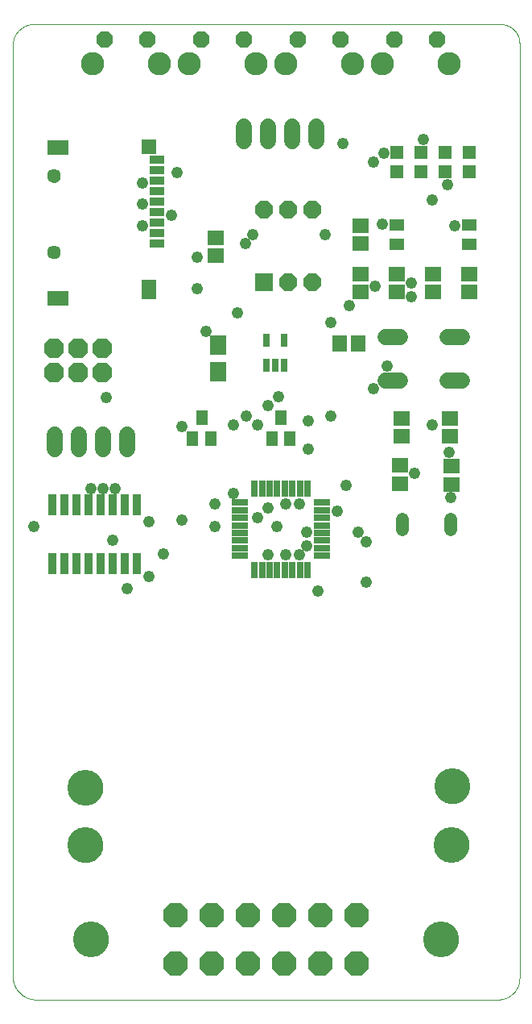
<source format=gts>
G75*
%MOIN*%
%OFA0B0*%
%FSLAX25Y25*%
%IPPOS*%
%LPD*%
%AMOC8*
5,1,8,0,0,1.08239X$1,22.5*
%
%ADD10C,0.00000*%
%ADD11C,0.14800*%
%ADD12R,0.05524X0.05524*%
%ADD13R,0.07200X0.07200*%
%ADD14OC8,0.07200*%
%ADD15R,0.04737X0.06312*%
%ADD16R,0.06706X0.05918*%
%ADD17C,0.06800*%
%ADD18R,0.05918X0.06706*%
%ADD19C,0.05200*%
%ADD20R,0.02800X0.06800*%
%ADD21R,0.06800X0.02800*%
%ADD22OC8,0.06800*%
%ADD23C,0.09650*%
%ADD24R,0.03400X0.08800*%
%ADD25R,0.02965X0.05524*%
%ADD26R,0.06706X0.08477*%
%ADD27R,0.06312X0.05131*%
%ADD28OC8,0.08200*%
%ADD29OC8,0.10249*%
%ADD30C,0.06737*%
%ADD31R,0.08674X0.06312*%
%ADD32R,0.06312X0.05839*%
%ADD33R,0.06312X0.08477*%
%ADD34R,0.06312X0.03556*%
%ADD35C,0.05721*%
%ADD36C,0.04800*%
D10*
X0032652Y0010767D02*
X0032652Y0395526D01*
X0032651Y0395526D02*
X0032654Y0395737D01*
X0032661Y0395947D01*
X0032674Y0396158D01*
X0032692Y0396368D01*
X0032715Y0396577D01*
X0032743Y0396786D01*
X0032775Y0396994D01*
X0032813Y0397201D01*
X0032856Y0397408D01*
X0032904Y0397613D01*
X0032957Y0397817D01*
X0033015Y0398019D01*
X0033078Y0398221D01*
X0033145Y0398420D01*
X0033218Y0398618D01*
X0033295Y0398814D01*
X0033377Y0399008D01*
X0033463Y0399201D01*
X0033554Y0399391D01*
X0033650Y0399578D01*
X0033750Y0399764D01*
X0033855Y0399947D01*
X0033964Y0400127D01*
X0034077Y0400305D01*
X0034195Y0400480D01*
X0034316Y0400651D01*
X0034442Y0400820D01*
X0034572Y0400986D01*
X0034706Y0401149D01*
X0034844Y0401308D01*
X0034986Y0401464D01*
X0035131Y0401617D01*
X0035280Y0401766D01*
X0035433Y0401911D01*
X0035589Y0402053D01*
X0035748Y0402191D01*
X0035911Y0402325D01*
X0036077Y0402455D01*
X0036246Y0402581D01*
X0036417Y0402702D01*
X0036592Y0402820D01*
X0036770Y0402933D01*
X0036950Y0403042D01*
X0037133Y0403147D01*
X0037319Y0403247D01*
X0037506Y0403343D01*
X0037696Y0403434D01*
X0037889Y0403520D01*
X0038083Y0403602D01*
X0038279Y0403679D01*
X0038477Y0403752D01*
X0038676Y0403819D01*
X0038878Y0403882D01*
X0039080Y0403940D01*
X0039284Y0403993D01*
X0039489Y0404041D01*
X0039696Y0404084D01*
X0039903Y0404122D01*
X0040111Y0404154D01*
X0040320Y0404182D01*
X0040529Y0404205D01*
X0040739Y0404223D01*
X0040950Y0404236D01*
X0041160Y0404243D01*
X0041371Y0404246D01*
X0041371Y0404245D02*
X0234687Y0404245D01*
X0234878Y0404243D01*
X0235068Y0404236D01*
X0235258Y0404224D01*
X0235448Y0404208D01*
X0235638Y0404188D01*
X0235826Y0404162D01*
X0236015Y0404132D01*
X0236202Y0404098D01*
X0236389Y0404059D01*
X0236574Y0404016D01*
X0236759Y0403968D01*
X0236942Y0403916D01*
X0237124Y0403859D01*
X0237304Y0403798D01*
X0237483Y0403733D01*
X0237661Y0403663D01*
X0237836Y0403589D01*
X0238010Y0403511D01*
X0238182Y0403428D01*
X0238352Y0403342D01*
X0238519Y0403251D01*
X0238685Y0403156D01*
X0238848Y0403058D01*
X0239009Y0402955D01*
X0239167Y0402849D01*
X0239322Y0402739D01*
X0239475Y0402625D01*
X0239625Y0402508D01*
X0239772Y0402386D01*
X0239916Y0402262D01*
X0240057Y0402134D01*
X0240195Y0402002D01*
X0240330Y0401867D01*
X0240462Y0401729D01*
X0240590Y0401588D01*
X0240714Y0401444D01*
X0240836Y0401297D01*
X0240953Y0401147D01*
X0241067Y0400994D01*
X0241177Y0400839D01*
X0241283Y0400681D01*
X0241386Y0400520D01*
X0241484Y0400357D01*
X0241579Y0400191D01*
X0241670Y0400024D01*
X0241756Y0399854D01*
X0241839Y0399682D01*
X0241917Y0399508D01*
X0241991Y0399333D01*
X0242061Y0399155D01*
X0242126Y0398976D01*
X0242187Y0398796D01*
X0242244Y0398614D01*
X0242296Y0398431D01*
X0242344Y0398246D01*
X0242387Y0398061D01*
X0242426Y0397874D01*
X0242460Y0397687D01*
X0242490Y0397498D01*
X0242516Y0397310D01*
X0242536Y0397120D01*
X0242552Y0396930D01*
X0242564Y0396740D01*
X0242571Y0396550D01*
X0242573Y0396359D01*
X0242573Y0009978D01*
X0242570Y0009761D01*
X0242563Y0009544D01*
X0242549Y0009328D01*
X0242531Y0009111D01*
X0242508Y0008896D01*
X0242479Y0008681D01*
X0242445Y0008466D01*
X0242406Y0008253D01*
X0242361Y0008041D01*
X0242312Y0007829D01*
X0242258Y0007619D01*
X0242198Y0007411D01*
X0242134Y0007204D01*
X0242064Y0006998D01*
X0241990Y0006794D01*
X0241910Y0006592D01*
X0241826Y0006393D01*
X0241737Y0006195D01*
X0241643Y0005999D01*
X0241545Y0005806D01*
X0241441Y0005615D01*
X0241334Y0005427D01*
X0241222Y0005241D01*
X0241105Y0005058D01*
X0240984Y0004878D01*
X0240858Y0004701D01*
X0240729Y0004527D01*
X0240595Y0004356D01*
X0240457Y0004189D01*
X0240315Y0004024D01*
X0240169Y0003864D01*
X0240020Y0003707D01*
X0239866Y0003553D01*
X0239709Y0003404D01*
X0239549Y0003258D01*
X0239384Y0003116D01*
X0239217Y0002978D01*
X0239046Y0002844D01*
X0238872Y0002715D01*
X0238695Y0002589D01*
X0238515Y0002468D01*
X0238332Y0002351D01*
X0238146Y0002239D01*
X0237958Y0002132D01*
X0237767Y0002028D01*
X0237574Y0001930D01*
X0237378Y0001836D01*
X0237180Y0001747D01*
X0236981Y0001663D01*
X0236779Y0001583D01*
X0236575Y0001509D01*
X0236369Y0001439D01*
X0236162Y0001375D01*
X0235954Y0001315D01*
X0235744Y0001261D01*
X0235532Y0001212D01*
X0235320Y0001167D01*
X0235107Y0001128D01*
X0234892Y0001094D01*
X0234677Y0001065D01*
X0234462Y0001042D01*
X0234245Y0001024D01*
X0234029Y0001010D01*
X0233812Y0001003D01*
X0233595Y0001000D01*
X0042418Y0001000D01*
X0042182Y0001003D01*
X0041946Y0001011D01*
X0041711Y0001026D01*
X0041475Y0001046D01*
X0041241Y0001071D01*
X0041007Y0001102D01*
X0040774Y0001139D01*
X0040541Y0001182D01*
X0040310Y0001230D01*
X0040081Y0001284D01*
X0039852Y0001343D01*
X0039625Y0001408D01*
X0039400Y0001478D01*
X0039176Y0001554D01*
X0038955Y0001635D01*
X0038735Y0001721D01*
X0038517Y0001813D01*
X0038302Y0001910D01*
X0038089Y0002012D01*
X0037879Y0002119D01*
X0037671Y0002231D01*
X0037467Y0002348D01*
X0037265Y0002470D01*
X0037066Y0002597D01*
X0036870Y0002729D01*
X0036677Y0002865D01*
X0036488Y0003006D01*
X0036302Y0003152D01*
X0036120Y0003302D01*
X0035941Y0003456D01*
X0035767Y0003615D01*
X0035596Y0003778D01*
X0035429Y0003945D01*
X0035266Y0004116D01*
X0035107Y0004290D01*
X0034953Y0004469D01*
X0034803Y0004651D01*
X0034657Y0004837D01*
X0034516Y0005026D01*
X0034380Y0005219D01*
X0034248Y0005415D01*
X0034121Y0005614D01*
X0033999Y0005816D01*
X0033882Y0006020D01*
X0033770Y0006228D01*
X0033663Y0006438D01*
X0033561Y0006651D01*
X0033464Y0006866D01*
X0033372Y0007084D01*
X0033286Y0007304D01*
X0033205Y0007525D01*
X0033129Y0007749D01*
X0033059Y0007974D01*
X0032994Y0008201D01*
X0032935Y0008430D01*
X0032881Y0008659D01*
X0032833Y0008890D01*
X0032790Y0009123D01*
X0032753Y0009356D01*
X0032722Y0009590D01*
X0032697Y0009824D01*
X0032677Y0010060D01*
X0032662Y0010295D01*
X0032654Y0010531D01*
X0032651Y0010767D01*
X0058152Y0026000D02*
X0058154Y0026172D01*
X0058160Y0026343D01*
X0058171Y0026515D01*
X0058186Y0026686D01*
X0058205Y0026857D01*
X0058228Y0027027D01*
X0058255Y0027197D01*
X0058287Y0027366D01*
X0058322Y0027534D01*
X0058362Y0027701D01*
X0058406Y0027867D01*
X0058453Y0028032D01*
X0058505Y0028196D01*
X0058561Y0028358D01*
X0058621Y0028519D01*
X0058685Y0028679D01*
X0058753Y0028837D01*
X0058824Y0028993D01*
X0058899Y0029147D01*
X0058979Y0029300D01*
X0059061Y0029450D01*
X0059148Y0029599D01*
X0059238Y0029745D01*
X0059332Y0029889D01*
X0059429Y0030031D01*
X0059530Y0030170D01*
X0059634Y0030307D01*
X0059741Y0030441D01*
X0059852Y0030572D01*
X0059965Y0030701D01*
X0060082Y0030827D01*
X0060202Y0030950D01*
X0060325Y0031070D01*
X0060451Y0031187D01*
X0060580Y0031300D01*
X0060711Y0031411D01*
X0060845Y0031518D01*
X0060982Y0031622D01*
X0061121Y0031723D01*
X0061263Y0031820D01*
X0061407Y0031914D01*
X0061553Y0032004D01*
X0061702Y0032091D01*
X0061852Y0032173D01*
X0062005Y0032253D01*
X0062159Y0032328D01*
X0062315Y0032399D01*
X0062473Y0032467D01*
X0062633Y0032531D01*
X0062794Y0032591D01*
X0062956Y0032647D01*
X0063120Y0032699D01*
X0063285Y0032746D01*
X0063451Y0032790D01*
X0063618Y0032830D01*
X0063786Y0032865D01*
X0063955Y0032897D01*
X0064125Y0032924D01*
X0064295Y0032947D01*
X0064466Y0032966D01*
X0064637Y0032981D01*
X0064809Y0032992D01*
X0064980Y0032998D01*
X0065152Y0033000D01*
X0065324Y0032998D01*
X0065495Y0032992D01*
X0065667Y0032981D01*
X0065838Y0032966D01*
X0066009Y0032947D01*
X0066179Y0032924D01*
X0066349Y0032897D01*
X0066518Y0032865D01*
X0066686Y0032830D01*
X0066853Y0032790D01*
X0067019Y0032746D01*
X0067184Y0032699D01*
X0067348Y0032647D01*
X0067510Y0032591D01*
X0067671Y0032531D01*
X0067831Y0032467D01*
X0067989Y0032399D01*
X0068145Y0032328D01*
X0068299Y0032253D01*
X0068452Y0032173D01*
X0068602Y0032091D01*
X0068751Y0032004D01*
X0068897Y0031914D01*
X0069041Y0031820D01*
X0069183Y0031723D01*
X0069322Y0031622D01*
X0069459Y0031518D01*
X0069593Y0031411D01*
X0069724Y0031300D01*
X0069853Y0031187D01*
X0069979Y0031070D01*
X0070102Y0030950D01*
X0070222Y0030827D01*
X0070339Y0030701D01*
X0070452Y0030572D01*
X0070563Y0030441D01*
X0070670Y0030307D01*
X0070774Y0030170D01*
X0070875Y0030031D01*
X0070972Y0029889D01*
X0071066Y0029745D01*
X0071156Y0029599D01*
X0071243Y0029450D01*
X0071325Y0029300D01*
X0071405Y0029147D01*
X0071480Y0028993D01*
X0071551Y0028837D01*
X0071619Y0028679D01*
X0071683Y0028519D01*
X0071743Y0028358D01*
X0071799Y0028196D01*
X0071851Y0028032D01*
X0071898Y0027867D01*
X0071942Y0027701D01*
X0071982Y0027534D01*
X0072017Y0027366D01*
X0072049Y0027197D01*
X0072076Y0027027D01*
X0072099Y0026857D01*
X0072118Y0026686D01*
X0072133Y0026515D01*
X0072144Y0026343D01*
X0072150Y0026172D01*
X0072152Y0026000D01*
X0072150Y0025828D01*
X0072144Y0025657D01*
X0072133Y0025485D01*
X0072118Y0025314D01*
X0072099Y0025143D01*
X0072076Y0024973D01*
X0072049Y0024803D01*
X0072017Y0024634D01*
X0071982Y0024466D01*
X0071942Y0024299D01*
X0071898Y0024133D01*
X0071851Y0023968D01*
X0071799Y0023804D01*
X0071743Y0023642D01*
X0071683Y0023481D01*
X0071619Y0023321D01*
X0071551Y0023163D01*
X0071480Y0023007D01*
X0071405Y0022853D01*
X0071325Y0022700D01*
X0071243Y0022550D01*
X0071156Y0022401D01*
X0071066Y0022255D01*
X0070972Y0022111D01*
X0070875Y0021969D01*
X0070774Y0021830D01*
X0070670Y0021693D01*
X0070563Y0021559D01*
X0070452Y0021428D01*
X0070339Y0021299D01*
X0070222Y0021173D01*
X0070102Y0021050D01*
X0069979Y0020930D01*
X0069853Y0020813D01*
X0069724Y0020700D01*
X0069593Y0020589D01*
X0069459Y0020482D01*
X0069322Y0020378D01*
X0069183Y0020277D01*
X0069041Y0020180D01*
X0068897Y0020086D01*
X0068751Y0019996D01*
X0068602Y0019909D01*
X0068452Y0019827D01*
X0068299Y0019747D01*
X0068145Y0019672D01*
X0067989Y0019601D01*
X0067831Y0019533D01*
X0067671Y0019469D01*
X0067510Y0019409D01*
X0067348Y0019353D01*
X0067184Y0019301D01*
X0067019Y0019254D01*
X0066853Y0019210D01*
X0066686Y0019170D01*
X0066518Y0019135D01*
X0066349Y0019103D01*
X0066179Y0019076D01*
X0066009Y0019053D01*
X0065838Y0019034D01*
X0065667Y0019019D01*
X0065495Y0019008D01*
X0065324Y0019002D01*
X0065152Y0019000D01*
X0064980Y0019002D01*
X0064809Y0019008D01*
X0064637Y0019019D01*
X0064466Y0019034D01*
X0064295Y0019053D01*
X0064125Y0019076D01*
X0063955Y0019103D01*
X0063786Y0019135D01*
X0063618Y0019170D01*
X0063451Y0019210D01*
X0063285Y0019254D01*
X0063120Y0019301D01*
X0062956Y0019353D01*
X0062794Y0019409D01*
X0062633Y0019469D01*
X0062473Y0019533D01*
X0062315Y0019601D01*
X0062159Y0019672D01*
X0062005Y0019747D01*
X0061852Y0019827D01*
X0061702Y0019909D01*
X0061553Y0019996D01*
X0061407Y0020086D01*
X0061263Y0020180D01*
X0061121Y0020277D01*
X0060982Y0020378D01*
X0060845Y0020482D01*
X0060711Y0020589D01*
X0060580Y0020700D01*
X0060451Y0020813D01*
X0060325Y0020930D01*
X0060202Y0021050D01*
X0060082Y0021173D01*
X0059965Y0021299D01*
X0059852Y0021428D01*
X0059741Y0021559D01*
X0059634Y0021693D01*
X0059530Y0021830D01*
X0059429Y0021969D01*
X0059332Y0022111D01*
X0059238Y0022255D01*
X0059148Y0022401D01*
X0059061Y0022550D01*
X0058979Y0022700D01*
X0058899Y0022853D01*
X0058824Y0023007D01*
X0058753Y0023163D01*
X0058685Y0023321D01*
X0058621Y0023481D01*
X0058561Y0023642D01*
X0058505Y0023804D01*
X0058453Y0023968D01*
X0058406Y0024133D01*
X0058362Y0024299D01*
X0058322Y0024466D01*
X0058287Y0024634D01*
X0058255Y0024803D01*
X0058228Y0024973D01*
X0058205Y0025143D01*
X0058186Y0025314D01*
X0058171Y0025485D01*
X0058160Y0025657D01*
X0058154Y0025828D01*
X0058152Y0026000D01*
X0055822Y0064839D02*
X0055824Y0065011D01*
X0055830Y0065182D01*
X0055841Y0065354D01*
X0055856Y0065525D01*
X0055875Y0065696D01*
X0055898Y0065866D01*
X0055925Y0066036D01*
X0055957Y0066205D01*
X0055992Y0066373D01*
X0056032Y0066540D01*
X0056076Y0066706D01*
X0056123Y0066871D01*
X0056175Y0067035D01*
X0056231Y0067197D01*
X0056291Y0067358D01*
X0056355Y0067518D01*
X0056423Y0067676D01*
X0056494Y0067832D01*
X0056569Y0067986D01*
X0056649Y0068139D01*
X0056731Y0068289D01*
X0056818Y0068438D01*
X0056908Y0068584D01*
X0057002Y0068728D01*
X0057099Y0068870D01*
X0057200Y0069009D01*
X0057304Y0069146D01*
X0057411Y0069280D01*
X0057522Y0069411D01*
X0057635Y0069540D01*
X0057752Y0069666D01*
X0057872Y0069789D01*
X0057995Y0069909D01*
X0058121Y0070026D01*
X0058250Y0070139D01*
X0058381Y0070250D01*
X0058515Y0070357D01*
X0058652Y0070461D01*
X0058791Y0070562D01*
X0058933Y0070659D01*
X0059077Y0070753D01*
X0059223Y0070843D01*
X0059372Y0070930D01*
X0059522Y0071012D01*
X0059675Y0071092D01*
X0059829Y0071167D01*
X0059985Y0071238D01*
X0060143Y0071306D01*
X0060303Y0071370D01*
X0060464Y0071430D01*
X0060626Y0071486D01*
X0060790Y0071538D01*
X0060955Y0071585D01*
X0061121Y0071629D01*
X0061288Y0071669D01*
X0061456Y0071704D01*
X0061625Y0071736D01*
X0061795Y0071763D01*
X0061965Y0071786D01*
X0062136Y0071805D01*
X0062307Y0071820D01*
X0062479Y0071831D01*
X0062650Y0071837D01*
X0062822Y0071839D01*
X0062994Y0071837D01*
X0063165Y0071831D01*
X0063337Y0071820D01*
X0063508Y0071805D01*
X0063679Y0071786D01*
X0063849Y0071763D01*
X0064019Y0071736D01*
X0064188Y0071704D01*
X0064356Y0071669D01*
X0064523Y0071629D01*
X0064689Y0071585D01*
X0064854Y0071538D01*
X0065018Y0071486D01*
X0065180Y0071430D01*
X0065341Y0071370D01*
X0065501Y0071306D01*
X0065659Y0071238D01*
X0065815Y0071167D01*
X0065969Y0071092D01*
X0066122Y0071012D01*
X0066272Y0070930D01*
X0066421Y0070843D01*
X0066567Y0070753D01*
X0066711Y0070659D01*
X0066853Y0070562D01*
X0066992Y0070461D01*
X0067129Y0070357D01*
X0067263Y0070250D01*
X0067394Y0070139D01*
X0067523Y0070026D01*
X0067649Y0069909D01*
X0067772Y0069789D01*
X0067892Y0069666D01*
X0068009Y0069540D01*
X0068122Y0069411D01*
X0068233Y0069280D01*
X0068340Y0069146D01*
X0068444Y0069009D01*
X0068545Y0068870D01*
X0068642Y0068728D01*
X0068736Y0068584D01*
X0068826Y0068438D01*
X0068913Y0068289D01*
X0068995Y0068139D01*
X0069075Y0067986D01*
X0069150Y0067832D01*
X0069221Y0067676D01*
X0069289Y0067518D01*
X0069353Y0067358D01*
X0069413Y0067197D01*
X0069469Y0067035D01*
X0069521Y0066871D01*
X0069568Y0066706D01*
X0069612Y0066540D01*
X0069652Y0066373D01*
X0069687Y0066205D01*
X0069719Y0066036D01*
X0069746Y0065866D01*
X0069769Y0065696D01*
X0069788Y0065525D01*
X0069803Y0065354D01*
X0069814Y0065182D01*
X0069820Y0065011D01*
X0069822Y0064839D01*
X0069820Y0064667D01*
X0069814Y0064496D01*
X0069803Y0064324D01*
X0069788Y0064153D01*
X0069769Y0063982D01*
X0069746Y0063812D01*
X0069719Y0063642D01*
X0069687Y0063473D01*
X0069652Y0063305D01*
X0069612Y0063138D01*
X0069568Y0062972D01*
X0069521Y0062807D01*
X0069469Y0062643D01*
X0069413Y0062481D01*
X0069353Y0062320D01*
X0069289Y0062160D01*
X0069221Y0062002D01*
X0069150Y0061846D01*
X0069075Y0061692D01*
X0068995Y0061539D01*
X0068913Y0061389D01*
X0068826Y0061240D01*
X0068736Y0061094D01*
X0068642Y0060950D01*
X0068545Y0060808D01*
X0068444Y0060669D01*
X0068340Y0060532D01*
X0068233Y0060398D01*
X0068122Y0060267D01*
X0068009Y0060138D01*
X0067892Y0060012D01*
X0067772Y0059889D01*
X0067649Y0059769D01*
X0067523Y0059652D01*
X0067394Y0059539D01*
X0067263Y0059428D01*
X0067129Y0059321D01*
X0066992Y0059217D01*
X0066853Y0059116D01*
X0066711Y0059019D01*
X0066567Y0058925D01*
X0066421Y0058835D01*
X0066272Y0058748D01*
X0066122Y0058666D01*
X0065969Y0058586D01*
X0065815Y0058511D01*
X0065659Y0058440D01*
X0065501Y0058372D01*
X0065341Y0058308D01*
X0065180Y0058248D01*
X0065018Y0058192D01*
X0064854Y0058140D01*
X0064689Y0058093D01*
X0064523Y0058049D01*
X0064356Y0058009D01*
X0064188Y0057974D01*
X0064019Y0057942D01*
X0063849Y0057915D01*
X0063679Y0057892D01*
X0063508Y0057873D01*
X0063337Y0057858D01*
X0063165Y0057847D01*
X0062994Y0057841D01*
X0062822Y0057839D01*
X0062650Y0057841D01*
X0062479Y0057847D01*
X0062307Y0057858D01*
X0062136Y0057873D01*
X0061965Y0057892D01*
X0061795Y0057915D01*
X0061625Y0057942D01*
X0061456Y0057974D01*
X0061288Y0058009D01*
X0061121Y0058049D01*
X0060955Y0058093D01*
X0060790Y0058140D01*
X0060626Y0058192D01*
X0060464Y0058248D01*
X0060303Y0058308D01*
X0060143Y0058372D01*
X0059985Y0058440D01*
X0059829Y0058511D01*
X0059675Y0058586D01*
X0059522Y0058666D01*
X0059372Y0058748D01*
X0059223Y0058835D01*
X0059077Y0058925D01*
X0058933Y0059019D01*
X0058791Y0059116D01*
X0058652Y0059217D01*
X0058515Y0059321D01*
X0058381Y0059428D01*
X0058250Y0059539D01*
X0058121Y0059652D01*
X0057995Y0059769D01*
X0057872Y0059889D01*
X0057752Y0060012D01*
X0057635Y0060138D01*
X0057522Y0060267D01*
X0057411Y0060398D01*
X0057304Y0060532D01*
X0057200Y0060669D01*
X0057099Y0060808D01*
X0057002Y0060950D01*
X0056908Y0061094D01*
X0056818Y0061240D01*
X0056731Y0061389D01*
X0056649Y0061539D01*
X0056569Y0061692D01*
X0056494Y0061846D01*
X0056423Y0062002D01*
X0056355Y0062160D01*
X0056291Y0062320D01*
X0056231Y0062481D01*
X0056175Y0062643D01*
X0056123Y0062807D01*
X0056076Y0062972D01*
X0056032Y0063138D01*
X0055992Y0063305D01*
X0055957Y0063473D01*
X0055925Y0063642D01*
X0055898Y0063812D01*
X0055875Y0063982D01*
X0055856Y0064153D01*
X0055841Y0064324D01*
X0055830Y0064496D01*
X0055824Y0064667D01*
X0055822Y0064839D01*
X0055891Y0088621D02*
X0055893Y0088793D01*
X0055899Y0088964D01*
X0055910Y0089136D01*
X0055925Y0089307D01*
X0055944Y0089478D01*
X0055967Y0089648D01*
X0055994Y0089818D01*
X0056026Y0089987D01*
X0056061Y0090155D01*
X0056101Y0090322D01*
X0056145Y0090488D01*
X0056192Y0090653D01*
X0056244Y0090817D01*
X0056300Y0090979D01*
X0056360Y0091140D01*
X0056424Y0091300D01*
X0056492Y0091458D01*
X0056563Y0091614D01*
X0056638Y0091768D01*
X0056718Y0091921D01*
X0056800Y0092071D01*
X0056887Y0092220D01*
X0056977Y0092366D01*
X0057071Y0092510D01*
X0057168Y0092652D01*
X0057269Y0092791D01*
X0057373Y0092928D01*
X0057480Y0093062D01*
X0057591Y0093193D01*
X0057704Y0093322D01*
X0057821Y0093448D01*
X0057941Y0093571D01*
X0058064Y0093691D01*
X0058190Y0093808D01*
X0058319Y0093921D01*
X0058450Y0094032D01*
X0058584Y0094139D01*
X0058721Y0094243D01*
X0058860Y0094344D01*
X0059002Y0094441D01*
X0059146Y0094535D01*
X0059292Y0094625D01*
X0059441Y0094712D01*
X0059591Y0094794D01*
X0059744Y0094874D01*
X0059898Y0094949D01*
X0060054Y0095020D01*
X0060212Y0095088D01*
X0060372Y0095152D01*
X0060533Y0095212D01*
X0060695Y0095268D01*
X0060859Y0095320D01*
X0061024Y0095367D01*
X0061190Y0095411D01*
X0061357Y0095451D01*
X0061525Y0095486D01*
X0061694Y0095518D01*
X0061864Y0095545D01*
X0062034Y0095568D01*
X0062205Y0095587D01*
X0062376Y0095602D01*
X0062548Y0095613D01*
X0062719Y0095619D01*
X0062891Y0095621D01*
X0063063Y0095619D01*
X0063234Y0095613D01*
X0063406Y0095602D01*
X0063577Y0095587D01*
X0063748Y0095568D01*
X0063918Y0095545D01*
X0064088Y0095518D01*
X0064257Y0095486D01*
X0064425Y0095451D01*
X0064592Y0095411D01*
X0064758Y0095367D01*
X0064923Y0095320D01*
X0065087Y0095268D01*
X0065249Y0095212D01*
X0065410Y0095152D01*
X0065570Y0095088D01*
X0065728Y0095020D01*
X0065884Y0094949D01*
X0066038Y0094874D01*
X0066191Y0094794D01*
X0066341Y0094712D01*
X0066490Y0094625D01*
X0066636Y0094535D01*
X0066780Y0094441D01*
X0066922Y0094344D01*
X0067061Y0094243D01*
X0067198Y0094139D01*
X0067332Y0094032D01*
X0067463Y0093921D01*
X0067592Y0093808D01*
X0067718Y0093691D01*
X0067841Y0093571D01*
X0067961Y0093448D01*
X0068078Y0093322D01*
X0068191Y0093193D01*
X0068302Y0093062D01*
X0068409Y0092928D01*
X0068513Y0092791D01*
X0068614Y0092652D01*
X0068711Y0092510D01*
X0068805Y0092366D01*
X0068895Y0092220D01*
X0068982Y0092071D01*
X0069064Y0091921D01*
X0069144Y0091768D01*
X0069219Y0091614D01*
X0069290Y0091458D01*
X0069358Y0091300D01*
X0069422Y0091140D01*
X0069482Y0090979D01*
X0069538Y0090817D01*
X0069590Y0090653D01*
X0069637Y0090488D01*
X0069681Y0090322D01*
X0069721Y0090155D01*
X0069756Y0089987D01*
X0069788Y0089818D01*
X0069815Y0089648D01*
X0069838Y0089478D01*
X0069857Y0089307D01*
X0069872Y0089136D01*
X0069883Y0088964D01*
X0069889Y0088793D01*
X0069891Y0088621D01*
X0069889Y0088449D01*
X0069883Y0088278D01*
X0069872Y0088106D01*
X0069857Y0087935D01*
X0069838Y0087764D01*
X0069815Y0087594D01*
X0069788Y0087424D01*
X0069756Y0087255D01*
X0069721Y0087087D01*
X0069681Y0086920D01*
X0069637Y0086754D01*
X0069590Y0086589D01*
X0069538Y0086425D01*
X0069482Y0086263D01*
X0069422Y0086102D01*
X0069358Y0085942D01*
X0069290Y0085784D01*
X0069219Y0085628D01*
X0069144Y0085474D01*
X0069064Y0085321D01*
X0068982Y0085171D01*
X0068895Y0085022D01*
X0068805Y0084876D01*
X0068711Y0084732D01*
X0068614Y0084590D01*
X0068513Y0084451D01*
X0068409Y0084314D01*
X0068302Y0084180D01*
X0068191Y0084049D01*
X0068078Y0083920D01*
X0067961Y0083794D01*
X0067841Y0083671D01*
X0067718Y0083551D01*
X0067592Y0083434D01*
X0067463Y0083321D01*
X0067332Y0083210D01*
X0067198Y0083103D01*
X0067061Y0082999D01*
X0066922Y0082898D01*
X0066780Y0082801D01*
X0066636Y0082707D01*
X0066490Y0082617D01*
X0066341Y0082530D01*
X0066191Y0082448D01*
X0066038Y0082368D01*
X0065884Y0082293D01*
X0065728Y0082222D01*
X0065570Y0082154D01*
X0065410Y0082090D01*
X0065249Y0082030D01*
X0065087Y0081974D01*
X0064923Y0081922D01*
X0064758Y0081875D01*
X0064592Y0081831D01*
X0064425Y0081791D01*
X0064257Y0081756D01*
X0064088Y0081724D01*
X0063918Y0081697D01*
X0063748Y0081674D01*
X0063577Y0081655D01*
X0063406Y0081640D01*
X0063234Y0081629D01*
X0063063Y0081623D01*
X0062891Y0081621D01*
X0062719Y0081623D01*
X0062548Y0081629D01*
X0062376Y0081640D01*
X0062205Y0081655D01*
X0062034Y0081674D01*
X0061864Y0081697D01*
X0061694Y0081724D01*
X0061525Y0081756D01*
X0061357Y0081791D01*
X0061190Y0081831D01*
X0061024Y0081875D01*
X0060859Y0081922D01*
X0060695Y0081974D01*
X0060533Y0082030D01*
X0060372Y0082090D01*
X0060212Y0082154D01*
X0060054Y0082222D01*
X0059898Y0082293D01*
X0059744Y0082368D01*
X0059591Y0082448D01*
X0059441Y0082530D01*
X0059292Y0082617D01*
X0059146Y0082707D01*
X0059002Y0082801D01*
X0058860Y0082898D01*
X0058721Y0082999D01*
X0058584Y0083103D01*
X0058450Y0083210D01*
X0058319Y0083321D01*
X0058190Y0083434D01*
X0058064Y0083551D01*
X0057941Y0083671D01*
X0057821Y0083794D01*
X0057704Y0083920D01*
X0057591Y0084049D01*
X0057480Y0084180D01*
X0057373Y0084314D01*
X0057269Y0084451D01*
X0057168Y0084590D01*
X0057071Y0084732D01*
X0056977Y0084876D01*
X0056887Y0085022D01*
X0056800Y0085171D01*
X0056718Y0085321D01*
X0056638Y0085474D01*
X0056563Y0085628D01*
X0056492Y0085784D01*
X0056424Y0085942D01*
X0056360Y0086102D01*
X0056300Y0086263D01*
X0056244Y0086425D01*
X0056192Y0086589D01*
X0056145Y0086754D01*
X0056101Y0086920D01*
X0056061Y0087087D01*
X0056026Y0087255D01*
X0055994Y0087424D01*
X0055967Y0087594D01*
X0055944Y0087764D01*
X0055925Y0087935D01*
X0055910Y0088106D01*
X0055899Y0088278D01*
X0055893Y0088449D01*
X0055891Y0088621D01*
X0047274Y0309944D02*
X0047276Y0310043D01*
X0047282Y0310142D01*
X0047292Y0310241D01*
X0047306Y0310339D01*
X0047324Y0310436D01*
X0047346Y0310533D01*
X0047371Y0310629D01*
X0047401Y0310723D01*
X0047434Y0310817D01*
X0047471Y0310909D01*
X0047512Y0310999D01*
X0047556Y0311088D01*
X0047604Y0311174D01*
X0047655Y0311259D01*
X0047710Y0311342D01*
X0047768Y0311422D01*
X0047829Y0311500D01*
X0047893Y0311576D01*
X0047960Y0311649D01*
X0048030Y0311719D01*
X0048103Y0311786D01*
X0048179Y0311850D01*
X0048257Y0311911D01*
X0048337Y0311969D01*
X0048420Y0312024D01*
X0048504Y0312075D01*
X0048591Y0312123D01*
X0048680Y0312167D01*
X0048770Y0312208D01*
X0048862Y0312245D01*
X0048956Y0312278D01*
X0049050Y0312308D01*
X0049146Y0312333D01*
X0049243Y0312355D01*
X0049340Y0312373D01*
X0049438Y0312387D01*
X0049537Y0312397D01*
X0049636Y0312403D01*
X0049735Y0312405D01*
X0049834Y0312403D01*
X0049933Y0312397D01*
X0050032Y0312387D01*
X0050130Y0312373D01*
X0050227Y0312355D01*
X0050324Y0312333D01*
X0050420Y0312308D01*
X0050514Y0312278D01*
X0050608Y0312245D01*
X0050700Y0312208D01*
X0050790Y0312167D01*
X0050879Y0312123D01*
X0050965Y0312075D01*
X0051050Y0312024D01*
X0051133Y0311969D01*
X0051213Y0311911D01*
X0051291Y0311850D01*
X0051367Y0311786D01*
X0051440Y0311719D01*
X0051510Y0311649D01*
X0051577Y0311576D01*
X0051641Y0311500D01*
X0051702Y0311422D01*
X0051760Y0311342D01*
X0051815Y0311259D01*
X0051866Y0311175D01*
X0051914Y0311088D01*
X0051958Y0310999D01*
X0051999Y0310909D01*
X0052036Y0310817D01*
X0052069Y0310723D01*
X0052099Y0310629D01*
X0052124Y0310533D01*
X0052146Y0310436D01*
X0052164Y0310339D01*
X0052178Y0310241D01*
X0052188Y0310142D01*
X0052194Y0310043D01*
X0052196Y0309944D01*
X0052194Y0309845D01*
X0052188Y0309746D01*
X0052178Y0309647D01*
X0052164Y0309549D01*
X0052146Y0309452D01*
X0052124Y0309355D01*
X0052099Y0309259D01*
X0052069Y0309165D01*
X0052036Y0309071D01*
X0051999Y0308979D01*
X0051958Y0308889D01*
X0051914Y0308800D01*
X0051866Y0308714D01*
X0051815Y0308629D01*
X0051760Y0308546D01*
X0051702Y0308466D01*
X0051641Y0308388D01*
X0051577Y0308312D01*
X0051510Y0308239D01*
X0051440Y0308169D01*
X0051367Y0308102D01*
X0051291Y0308038D01*
X0051213Y0307977D01*
X0051133Y0307919D01*
X0051050Y0307864D01*
X0050966Y0307813D01*
X0050879Y0307765D01*
X0050790Y0307721D01*
X0050700Y0307680D01*
X0050608Y0307643D01*
X0050514Y0307610D01*
X0050420Y0307580D01*
X0050324Y0307555D01*
X0050227Y0307533D01*
X0050130Y0307515D01*
X0050032Y0307501D01*
X0049933Y0307491D01*
X0049834Y0307485D01*
X0049735Y0307483D01*
X0049636Y0307485D01*
X0049537Y0307491D01*
X0049438Y0307501D01*
X0049340Y0307515D01*
X0049243Y0307533D01*
X0049146Y0307555D01*
X0049050Y0307580D01*
X0048956Y0307610D01*
X0048862Y0307643D01*
X0048770Y0307680D01*
X0048680Y0307721D01*
X0048591Y0307765D01*
X0048505Y0307813D01*
X0048420Y0307864D01*
X0048337Y0307919D01*
X0048257Y0307977D01*
X0048179Y0308038D01*
X0048103Y0308102D01*
X0048030Y0308169D01*
X0047960Y0308239D01*
X0047893Y0308312D01*
X0047829Y0308388D01*
X0047768Y0308466D01*
X0047710Y0308546D01*
X0047655Y0308629D01*
X0047604Y0308713D01*
X0047556Y0308800D01*
X0047512Y0308889D01*
X0047471Y0308979D01*
X0047434Y0309071D01*
X0047401Y0309165D01*
X0047371Y0309259D01*
X0047346Y0309355D01*
X0047324Y0309452D01*
X0047306Y0309549D01*
X0047292Y0309647D01*
X0047282Y0309746D01*
X0047276Y0309845D01*
X0047274Y0309944D01*
X0047274Y0341440D02*
X0047276Y0341539D01*
X0047282Y0341638D01*
X0047292Y0341737D01*
X0047306Y0341835D01*
X0047324Y0341932D01*
X0047346Y0342029D01*
X0047371Y0342125D01*
X0047401Y0342219D01*
X0047434Y0342313D01*
X0047471Y0342405D01*
X0047512Y0342495D01*
X0047556Y0342584D01*
X0047604Y0342670D01*
X0047655Y0342755D01*
X0047710Y0342838D01*
X0047768Y0342918D01*
X0047829Y0342996D01*
X0047893Y0343072D01*
X0047960Y0343145D01*
X0048030Y0343215D01*
X0048103Y0343282D01*
X0048179Y0343346D01*
X0048257Y0343407D01*
X0048337Y0343465D01*
X0048420Y0343520D01*
X0048504Y0343571D01*
X0048591Y0343619D01*
X0048680Y0343663D01*
X0048770Y0343704D01*
X0048862Y0343741D01*
X0048956Y0343774D01*
X0049050Y0343804D01*
X0049146Y0343829D01*
X0049243Y0343851D01*
X0049340Y0343869D01*
X0049438Y0343883D01*
X0049537Y0343893D01*
X0049636Y0343899D01*
X0049735Y0343901D01*
X0049834Y0343899D01*
X0049933Y0343893D01*
X0050032Y0343883D01*
X0050130Y0343869D01*
X0050227Y0343851D01*
X0050324Y0343829D01*
X0050420Y0343804D01*
X0050514Y0343774D01*
X0050608Y0343741D01*
X0050700Y0343704D01*
X0050790Y0343663D01*
X0050879Y0343619D01*
X0050965Y0343571D01*
X0051050Y0343520D01*
X0051133Y0343465D01*
X0051213Y0343407D01*
X0051291Y0343346D01*
X0051367Y0343282D01*
X0051440Y0343215D01*
X0051510Y0343145D01*
X0051577Y0343072D01*
X0051641Y0342996D01*
X0051702Y0342918D01*
X0051760Y0342838D01*
X0051815Y0342755D01*
X0051866Y0342671D01*
X0051914Y0342584D01*
X0051958Y0342495D01*
X0051999Y0342405D01*
X0052036Y0342313D01*
X0052069Y0342219D01*
X0052099Y0342125D01*
X0052124Y0342029D01*
X0052146Y0341932D01*
X0052164Y0341835D01*
X0052178Y0341737D01*
X0052188Y0341638D01*
X0052194Y0341539D01*
X0052196Y0341440D01*
X0052194Y0341341D01*
X0052188Y0341242D01*
X0052178Y0341143D01*
X0052164Y0341045D01*
X0052146Y0340948D01*
X0052124Y0340851D01*
X0052099Y0340755D01*
X0052069Y0340661D01*
X0052036Y0340567D01*
X0051999Y0340475D01*
X0051958Y0340385D01*
X0051914Y0340296D01*
X0051866Y0340210D01*
X0051815Y0340125D01*
X0051760Y0340042D01*
X0051702Y0339962D01*
X0051641Y0339884D01*
X0051577Y0339808D01*
X0051510Y0339735D01*
X0051440Y0339665D01*
X0051367Y0339598D01*
X0051291Y0339534D01*
X0051213Y0339473D01*
X0051133Y0339415D01*
X0051050Y0339360D01*
X0050966Y0339309D01*
X0050879Y0339261D01*
X0050790Y0339217D01*
X0050700Y0339176D01*
X0050608Y0339139D01*
X0050514Y0339106D01*
X0050420Y0339076D01*
X0050324Y0339051D01*
X0050227Y0339029D01*
X0050130Y0339011D01*
X0050032Y0338997D01*
X0049933Y0338987D01*
X0049834Y0338981D01*
X0049735Y0338979D01*
X0049636Y0338981D01*
X0049537Y0338987D01*
X0049438Y0338997D01*
X0049340Y0339011D01*
X0049243Y0339029D01*
X0049146Y0339051D01*
X0049050Y0339076D01*
X0048956Y0339106D01*
X0048862Y0339139D01*
X0048770Y0339176D01*
X0048680Y0339217D01*
X0048591Y0339261D01*
X0048505Y0339309D01*
X0048420Y0339360D01*
X0048337Y0339415D01*
X0048257Y0339473D01*
X0048179Y0339534D01*
X0048103Y0339598D01*
X0048030Y0339665D01*
X0047960Y0339735D01*
X0047893Y0339808D01*
X0047829Y0339884D01*
X0047768Y0339962D01*
X0047710Y0340042D01*
X0047655Y0340125D01*
X0047604Y0340209D01*
X0047556Y0340296D01*
X0047512Y0340385D01*
X0047471Y0340475D01*
X0047434Y0340567D01*
X0047401Y0340661D01*
X0047371Y0340755D01*
X0047346Y0340851D01*
X0047324Y0340948D01*
X0047306Y0341045D01*
X0047292Y0341143D01*
X0047282Y0341242D01*
X0047276Y0341341D01*
X0047274Y0341440D01*
X0207699Y0089198D02*
X0207701Y0089370D01*
X0207707Y0089541D01*
X0207718Y0089713D01*
X0207733Y0089884D01*
X0207752Y0090055D01*
X0207775Y0090225D01*
X0207802Y0090395D01*
X0207834Y0090564D01*
X0207869Y0090732D01*
X0207909Y0090899D01*
X0207953Y0091065D01*
X0208000Y0091230D01*
X0208052Y0091394D01*
X0208108Y0091556D01*
X0208168Y0091717D01*
X0208232Y0091877D01*
X0208300Y0092035D01*
X0208371Y0092191D01*
X0208446Y0092345D01*
X0208526Y0092498D01*
X0208608Y0092648D01*
X0208695Y0092797D01*
X0208785Y0092943D01*
X0208879Y0093087D01*
X0208976Y0093229D01*
X0209077Y0093368D01*
X0209181Y0093505D01*
X0209288Y0093639D01*
X0209399Y0093770D01*
X0209512Y0093899D01*
X0209629Y0094025D01*
X0209749Y0094148D01*
X0209872Y0094268D01*
X0209998Y0094385D01*
X0210127Y0094498D01*
X0210258Y0094609D01*
X0210392Y0094716D01*
X0210529Y0094820D01*
X0210668Y0094921D01*
X0210810Y0095018D01*
X0210954Y0095112D01*
X0211100Y0095202D01*
X0211249Y0095289D01*
X0211399Y0095371D01*
X0211552Y0095451D01*
X0211706Y0095526D01*
X0211862Y0095597D01*
X0212020Y0095665D01*
X0212180Y0095729D01*
X0212341Y0095789D01*
X0212503Y0095845D01*
X0212667Y0095897D01*
X0212832Y0095944D01*
X0212998Y0095988D01*
X0213165Y0096028D01*
X0213333Y0096063D01*
X0213502Y0096095D01*
X0213672Y0096122D01*
X0213842Y0096145D01*
X0214013Y0096164D01*
X0214184Y0096179D01*
X0214356Y0096190D01*
X0214527Y0096196D01*
X0214699Y0096198D01*
X0214871Y0096196D01*
X0215042Y0096190D01*
X0215214Y0096179D01*
X0215385Y0096164D01*
X0215556Y0096145D01*
X0215726Y0096122D01*
X0215896Y0096095D01*
X0216065Y0096063D01*
X0216233Y0096028D01*
X0216400Y0095988D01*
X0216566Y0095944D01*
X0216731Y0095897D01*
X0216895Y0095845D01*
X0217057Y0095789D01*
X0217218Y0095729D01*
X0217378Y0095665D01*
X0217536Y0095597D01*
X0217692Y0095526D01*
X0217846Y0095451D01*
X0217999Y0095371D01*
X0218149Y0095289D01*
X0218298Y0095202D01*
X0218444Y0095112D01*
X0218588Y0095018D01*
X0218730Y0094921D01*
X0218869Y0094820D01*
X0219006Y0094716D01*
X0219140Y0094609D01*
X0219271Y0094498D01*
X0219400Y0094385D01*
X0219526Y0094268D01*
X0219649Y0094148D01*
X0219769Y0094025D01*
X0219886Y0093899D01*
X0219999Y0093770D01*
X0220110Y0093639D01*
X0220217Y0093505D01*
X0220321Y0093368D01*
X0220422Y0093229D01*
X0220519Y0093087D01*
X0220613Y0092943D01*
X0220703Y0092797D01*
X0220790Y0092648D01*
X0220872Y0092498D01*
X0220952Y0092345D01*
X0221027Y0092191D01*
X0221098Y0092035D01*
X0221166Y0091877D01*
X0221230Y0091717D01*
X0221290Y0091556D01*
X0221346Y0091394D01*
X0221398Y0091230D01*
X0221445Y0091065D01*
X0221489Y0090899D01*
X0221529Y0090732D01*
X0221564Y0090564D01*
X0221596Y0090395D01*
X0221623Y0090225D01*
X0221646Y0090055D01*
X0221665Y0089884D01*
X0221680Y0089713D01*
X0221691Y0089541D01*
X0221697Y0089370D01*
X0221699Y0089198D01*
X0221697Y0089026D01*
X0221691Y0088855D01*
X0221680Y0088683D01*
X0221665Y0088512D01*
X0221646Y0088341D01*
X0221623Y0088171D01*
X0221596Y0088001D01*
X0221564Y0087832D01*
X0221529Y0087664D01*
X0221489Y0087497D01*
X0221445Y0087331D01*
X0221398Y0087166D01*
X0221346Y0087002D01*
X0221290Y0086840D01*
X0221230Y0086679D01*
X0221166Y0086519D01*
X0221098Y0086361D01*
X0221027Y0086205D01*
X0220952Y0086051D01*
X0220872Y0085898D01*
X0220790Y0085748D01*
X0220703Y0085599D01*
X0220613Y0085453D01*
X0220519Y0085309D01*
X0220422Y0085167D01*
X0220321Y0085028D01*
X0220217Y0084891D01*
X0220110Y0084757D01*
X0219999Y0084626D01*
X0219886Y0084497D01*
X0219769Y0084371D01*
X0219649Y0084248D01*
X0219526Y0084128D01*
X0219400Y0084011D01*
X0219271Y0083898D01*
X0219140Y0083787D01*
X0219006Y0083680D01*
X0218869Y0083576D01*
X0218730Y0083475D01*
X0218588Y0083378D01*
X0218444Y0083284D01*
X0218298Y0083194D01*
X0218149Y0083107D01*
X0217999Y0083025D01*
X0217846Y0082945D01*
X0217692Y0082870D01*
X0217536Y0082799D01*
X0217378Y0082731D01*
X0217218Y0082667D01*
X0217057Y0082607D01*
X0216895Y0082551D01*
X0216731Y0082499D01*
X0216566Y0082452D01*
X0216400Y0082408D01*
X0216233Y0082368D01*
X0216065Y0082333D01*
X0215896Y0082301D01*
X0215726Y0082274D01*
X0215556Y0082251D01*
X0215385Y0082232D01*
X0215214Y0082217D01*
X0215042Y0082206D01*
X0214871Y0082200D01*
X0214699Y0082198D01*
X0214527Y0082200D01*
X0214356Y0082206D01*
X0214184Y0082217D01*
X0214013Y0082232D01*
X0213842Y0082251D01*
X0213672Y0082274D01*
X0213502Y0082301D01*
X0213333Y0082333D01*
X0213165Y0082368D01*
X0212998Y0082408D01*
X0212832Y0082452D01*
X0212667Y0082499D01*
X0212503Y0082551D01*
X0212341Y0082607D01*
X0212180Y0082667D01*
X0212020Y0082731D01*
X0211862Y0082799D01*
X0211706Y0082870D01*
X0211552Y0082945D01*
X0211399Y0083025D01*
X0211249Y0083107D01*
X0211100Y0083194D01*
X0210954Y0083284D01*
X0210810Y0083378D01*
X0210668Y0083475D01*
X0210529Y0083576D01*
X0210392Y0083680D01*
X0210258Y0083787D01*
X0210127Y0083898D01*
X0209998Y0084011D01*
X0209872Y0084128D01*
X0209749Y0084248D01*
X0209629Y0084371D01*
X0209512Y0084497D01*
X0209399Y0084626D01*
X0209288Y0084757D01*
X0209181Y0084891D01*
X0209077Y0085028D01*
X0208976Y0085167D01*
X0208879Y0085309D01*
X0208785Y0085453D01*
X0208695Y0085599D01*
X0208608Y0085748D01*
X0208526Y0085898D01*
X0208446Y0086051D01*
X0208371Y0086205D01*
X0208300Y0086361D01*
X0208232Y0086519D01*
X0208168Y0086679D01*
X0208108Y0086840D01*
X0208052Y0087002D01*
X0208000Y0087166D01*
X0207953Y0087331D01*
X0207909Y0087497D01*
X0207869Y0087664D01*
X0207834Y0087832D01*
X0207802Y0088001D01*
X0207775Y0088171D01*
X0207752Y0088341D01*
X0207733Y0088512D01*
X0207718Y0088683D01*
X0207707Y0088855D01*
X0207701Y0089026D01*
X0207699Y0089198D01*
X0207489Y0065023D02*
X0207491Y0065195D01*
X0207497Y0065366D01*
X0207508Y0065538D01*
X0207523Y0065709D01*
X0207542Y0065880D01*
X0207565Y0066050D01*
X0207592Y0066220D01*
X0207624Y0066389D01*
X0207659Y0066557D01*
X0207699Y0066724D01*
X0207743Y0066890D01*
X0207790Y0067055D01*
X0207842Y0067219D01*
X0207898Y0067381D01*
X0207958Y0067542D01*
X0208022Y0067702D01*
X0208090Y0067860D01*
X0208161Y0068016D01*
X0208236Y0068170D01*
X0208316Y0068323D01*
X0208398Y0068473D01*
X0208485Y0068622D01*
X0208575Y0068768D01*
X0208669Y0068912D01*
X0208766Y0069054D01*
X0208867Y0069193D01*
X0208971Y0069330D01*
X0209078Y0069464D01*
X0209189Y0069595D01*
X0209302Y0069724D01*
X0209419Y0069850D01*
X0209539Y0069973D01*
X0209662Y0070093D01*
X0209788Y0070210D01*
X0209917Y0070323D01*
X0210048Y0070434D01*
X0210182Y0070541D01*
X0210319Y0070645D01*
X0210458Y0070746D01*
X0210600Y0070843D01*
X0210744Y0070937D01*
X0210890Y0071027D01*
X0211039Y0071114D01*
X0211189Y0071196D01*
X0211342Y0071276D01*
X0211496Y0071351D01*
X0211652Y0071422D01*
X0211810Y0071490D01*
X0211970Y0071554D01*
X0212131Y0071614D01*
X0212293Y0071670D01*
X0212457Y0071722D01*
X0212622Y0071769D01*
X0212788Y0071813D01*
X0212955Y0071853D01*
X0213123Y0071888D01*
X0213292Y0071920D01*
X0213462Y0071947D01*
X0213632Y0071970D01*
X0213803Y0071989D01*
X0213974Y0072004D01*
X0214146Y0072015D01*
X0214317Y0072021D01*
X0214489Y0072023D01*
X0214661Y0072021D01*
X0214832Y0072015D01*
X0215004Y0072004D01*
X0215175Y0071989D01*
X0215346Y0071970D01*
X0215516Y0071947D01*
X0215686Y0071920D01*
X0215855Y0071888D01*
X0216023Y0071853D01*
X0216190Y0071813D01*
X0216356Y0071769D01*
X0216521Y0071722D01*
X0216685Y0071670D01*
X0216847Y0071614D01*
X0217008Y0071554D01*
X0217168Y0071490D01*
X0217326Y0071422D01*
X0217482Y0071351D01*
X0217636Y0071276D01*
X0217789Y0071196D01*
X0217939Y0071114D01*
X0218088Y0071027D01*
X0218234Y0070937D01*
X0218378Y0070843D01*
X0218520Y0070746D01*
X0218659Y0070645D01*
X0218796Y0070541D01*
X0218930Y0070434D01*
X0219061Y0070323D01*
X0219190Y0070210D01*
X0219316Y0070093D01*
X0219439Y0069973D01*
X0219559Y0069850D01*
X0219676Y0069724D01*
X0219789Y0069595D01*
X0219900Y0069464D01*
X0220007Y0069330D01*
X0220111Y0069193D01*
X0220212Y0069054D01*
X0220309Y0068912D01*
X0220403Y0068768D01*
X0220493Y0068622D01*
X0220580Y0068473D01*
X0220662Y0068323D01*
X0220742Y0068170D01*
X0220817Y0068016D01*
X0220888Y0067860D01*
X0220956Y0067702D01*
X0221020Y0067542D01*
X0221080Y0067381D01*
X0221136Y0067219D01*
X0221188Y0067055D01*
X0221235Y0066890D01*
X0221279Y0066724D01*
X0221319Y0066557D01*
X0221354Y0066389D01*
X0221386Y0066220D01*
X0221413Y0066050D01*
X0221436Y0065880D01*
X0221455Y0065709D01*
X0221470Y0065538D01*
X0221481Y0065366D01*
X0221487Y0065195D01*
X0221489Y0065023D01*
X0221487Y0064851D01*
X0221481Y0064680D01*
X0221470Y0064508D01*
X0221455Y0064337D01*
X0221436Y0064166D01*
X0221413Y0063996D01*
X0221386Y0063826D01*
X0221354Y0063657D01*
X0221319Y0063489D01*
X0221279Y0063322D01*
X0221235Y0063156D01*
X0221188Y0062991D01*
X0221136Y0062827D01*
X0221080Y0062665D01*
X0221020Y0062504D01*
X0220956Y0062344D01*
X0220888Y0062186D01*
X0220817Y0062030D01*
X0220742Y0061876D01*
X0220662Y0061723D01*
X0220580Y0061573D01*
X0220493Y0061424D01*
X0220403Y0061278D01*
X0220309Y0061134D01*
X0220212Y0060992D01*
X0220111Y0060853D01*
X0220007Y0060716D01*
X0219900Y0060582D01*
X0219789Y0060451D01*
X0219676Y0060322D01*
X0219559Y0060196D01*
X0219439Y0060073D01*
X0219316Y0059953D01*
X0219190Y0059836D01*
X0219061Y0059723D01*
X0218930Y0059612D01*
X0218796Y0059505D01*
X0218659Y0059401D01*
X0218520Y0059300D01*
X0218378Y0059203D01*
X0218234Y0059109D01*
X0218088Y0059019D01*
X0217939Y0058932D01*
X0217789Y0058850D01*
X0217636Y0058770D01*
X0217482Y0058695D01*
X0217326Y0058624D01*
X0217168Y0058556D01*
X0217008Y0058492D01*
X0216847Y0058432D01*
X0216685Y0058376D01*
X0216521Y0058324D01*
X0216356Y0058277D01*
X0216190Y0058233D01*
X0216023Y0058193D01*
X0215855Y0058158D01*
X0215686Y0058126D01*
X0215516Y0058099D01*
X0215346Y0058076D01*
X0215175Y0058057D01*
X0215004Y0058042D01*
X0214832Y0058031D01*
X0214661Y0058025D01*
X0214489Y0058023D01*
X0214317Y0058025D01*
X0214146Y0058031D01*
X0213974Y0058042D01*
X0213803Y0058057D01*
X0213632Y0058076D01*
X0213462Y0058099D01*
X0213292Y0058126D01*
X0213123Y0058158D01*
X0212955Y0058193D01*
X0212788Y0058233D01*
X0212622Y0058277D01*
X0212457Y0058324D01*
X0212293Y0058376D01*
X0212131Y0058432D01*
X0211970Y0058492D01*
X0211810Y0058556D01*
X0211652Y0058624D01*
X0211496Y0058695D01*
X0211342Y0058770D01*
X0211189Y0058850D01*
X0211039Y0058932D01*
X0210890Y0059019D01*
X0210744Y0059109D01*
X0210600Y0059203D01*
X0210458Y0059300D01*
X0210319Y0059401D01*
X0210182Y0059505D01*
X0210048Y0059612D01*
X0209917Y0059723D01*
X0209788Y0059836D01*
X0209662Y0059953D01*
X0209539Y0060073D01*
X0209419Y0060196D01*
X0209302Y0060322D01*
X0209189Y0060451D01*
X0209078Y0060582D01*
X0208971Y0060716D01*
X0208867Y0060853D01*
X0208766Y0060992D01*
X0208669Y0061134D01*
X0208575Y0061278D01*
X0208485Y0061424D01*
X0208398Y0061573D01*
X0208316Y0061723D01*
X0208236Y0061876D01*
X0208161Y0062030D01*
X0208090Y0062186D01*
X0208022Y0062344D01*
X0207958Y0062504D01*
X0207898Y0062665D01*
X0207842Y0062827D01*
X0207790Y0062991D01*
X0207743Y0063156D01*
X0207699Y0063322D01*
X0207659Y0063489D01*
X0207624Y0063657D01*
X0207592Y0063826D01*
X0207565Y0063996D01*
X0207542Y0064166D01*
X0207523Y0064337D01*
X0207508Y0064508D01*
X0207497Y0064680D01*
X0207491Y0064851D01*
X0207489Y0065023D01*
X0203152Y0026000D02*
X0203154Y0026172D01*
X0203160Y0026343D01*
X0203171Y0026515D01*
X0203186Y0026686D01*
X0203205Y0026857D01*
X0203228Y0027027D01*
X0203255Y0027197D01*
X0203287Y0027366D01*
X0203322Y0027534D01*
X0203362Y0027701D01*
X0203406Y0027867D01*
X0203453Y0028032D01*
X0203505Y0028196D01*
X0203561Y0028358D01*
X0203621Y0028519D01*
X0203685Y0028679D01*
X0203753Y0028837D01*
X0203824Y0028993D01*
X0203899Y0029147D01*
X0203979Y0029300D01*
X0204061Y0029450D01*
X0204148Y0029599D01*
X0204238Y0029745D01*
X0204332Y0029889D01*
X0204429Y0030031D01*
X0204530Y0030170D01*
X0204634Y0030307D01*
X0204741Y0030441D01*
X0204852Y0030572D01*
X0204965Y0030701D01*
X0205082Y0030827D01*
X0205202Y0030950D01*
X0205325Y0031070D01*
X0205451Y0031187D01*
X0205580Y0031300D01*
X0205711Y0031411D01*
X0205845Y0031518D01*
X0205982Y0031622D01*
X0206121Y0031723D01*
X0206263Y0031820D01*
X0206407Y0031914D01*
X0206553Y0032004D01*
X0206702Y0032091D01*
X0206852Y0032173D01*
X0207005Y0032253D01*
X0207159Y0032328D01*
X0207315Y0032399D01*
X0207473Y0032467D01*
X0207633Y0032531D01*
X0207794Y0032591D01*
X0207956Y0032647D01*
X0208120Y0032699D01*
X0208285Y0032746D01*
X0208451Y0032790D01*
X0208618Y0032830D01*
X0208786Y0032865D01*
X0208955Y0032897D01*
X0209125Y0032924D01*
X0209295Y0032947D01*
X0209466Y0032966D01*
X0209637Y0032981D01*
X0209809Y0032992D01*
X0209980Y0032998D01*
X0210152Y0033000D01*
X0210324Y0032998D01*
X0210495Y0032992D01*
X0210667Y0032981D01*
X0210838Y0032966D01*
X0211009Y0032947D01*
X0211179Y0032924D01*
X0211349Y0032897D01*
X0211518Y0032865D01*
X0211686Y0032830D01*
X0211853Y0032790D01*
X0212019Y0032746D01*
X0212184Y0032699D01*
X0212348Y0032647D01*
X0212510Y0032591D01*
X0212671Y0032531D01*
X0212831Y0032467D01*
X0212989Y0032399D01*
X0213145Y0032328D01*
X0213299Y0032253D01*
X0213452Y0032173D01*
X0213602Y0032091D01*
X0213751Y0032004D01*
X0213897Y0031914D01*
X0214041Y0031820D01*
X0214183Y0031723D01*
X0214322Y0031622D01*
X0214459Y0031518D01*
X0214593Y0031411D01*
X0214724Y0031300D01*
X0214853Y0031187D01*
X0214979Y0031070D01*
X0215102Y0030950D01*
X0215222Y0030827D01*
X0215339Y0030701D01*
X0215452Y0030572D01*
X0215563Y0030441D01*
X0215670Y0030307D01*
X0215774Y0030170D01*
X0215875Y0030031D01*
X0215972Y0029889D01*
X0216066Y0029745D01*
X0216156Y0029599D01*
X0216243Y0029450D01*
X0216325Y0029300D01*
X0216405Y0029147D01*
X0216480Y0028993D01*
X0216551Y0028837D01*
X0216619Y0028679D01*
X0216683Y0028519D01*
X0216743Y0028358D01*
X0216799Y0028196D01*
X0216851Y0028032D01*
X0216898Y0027867D01*
X0216942Y0027701D01*
X0216982Y0027534D01*
X0217017Y0027366D01*
X0217049Y0027197D01*
X0217076Y0027027D01*
X0217099Y0026857D01*
X0217118Y0026686D01*
X0217133Y0026515D01*
X0217144Y0026343D01*
X0217150Y0026172D01*
X0217152Y0026000D01*
X0217150Y0025828D01*
X0217144Y0025657D01*
X0217133Y0025485D01*
X0217118Y0025314D01*
X0217099Y0025143D01*
X0217076Y0024973D01*
X0217049Y0024803D01*
X0217017Y0024634D01*
X0216982Y0024466D01*
X0216942Y0024299D01*
X0216898Y0024133D01*
X0216851Y0023968D01*
X0216799Y0023804D01*
X0216743Y0023642D01*
X0216683Y0023481D01*
X0216619Y0023321D01*
X0216551Y0023163D01*
X0216480Y0023007D01*
X0216405Y0022853D01*
X0216325Y0022700D01*
X0216243Y0022550D01*
X0216156Y0022401D01*
X0216066Y0022255D01*
X0215972Y0022111D01*
X0215875Y0021969D01*
X0215774Y0021830D01*
X0215670Y0021693D01*
X0215563Y0021559D01*
X0215452Y0021428D01*
X0215339Y0021299D01*
X0215222Y0021173D01*
X0215102Y0021050D01*
X0214979Y0020930D01*
X0214853Y0020813D01*
X0214724Y0020700D01*
X0214593Y0020589D01*
X0214459Y0020482D01*
X0214322Y0020378D01*
X0214183Y0020277D01*
X0214041Y0020180D01*
X0213897Y0020086D01*
X0213751Y0019996D01*
X0213602Y0019909D01*
X0213452Y0019827D01*
X0213299Y0019747D01*
X0213145Y0019672D01*
X0212989Y0019601D01*
X0212831Y0019533D01*
X0212671Y0019469D01*
X0212510Y0019409D01*
X0212348Y0019353D01*
X0212184Y0019301D01*
X0212019Y0019254D01*
X0211853Y0019210D01*
X0211686Y0019170D01*
X0211518Y0019135D01*
X0211349Y0019103D01*
X0211179Y0019076D01*
X0211009Y0019053D01*
X0210838Y0019034D01*
X0210667Y0019019D01*
X0210495Y0019008D01*
X0210324Y0019002D01*
X0210152Y0019000D01*
X0209980Y0019002D01*
X0209809Y0019008D01*
X0209637Y0019019D01*
X0209466Y0019034D01*
X0209295Y0019053D01*
X0209125Y0019076D01*
X0208955Y0019103D01*
X0208786Y0019135D01*
X0208618Y0019170D01*
X0208451Y0019210D01*
X0208285Y0019254D01*
X0208120Y0019301D01*
X0207956Y0019353D01*
X0207794Y0019409D01*
X0207633Y0019469D01*
X0207473Y0019533D01*
X0207315Y0019601D01*
X0207159Y0019672D01*
X0207005Y0019747D01*
X0206852Y0019827D01*
X0206702Y0019909D01*
X0206553Y0019996D01*
X0206407Y0020086D01*
X0206263Y0020180D01*
X0206121Y0020277D01*
X0205982Y0020378D01*
X0205845Y0020482D01*
X0205711Y0020589D01*
X0205580Y0020700D01*
X0205451Y0020813D01*
X0205325Y0020930D01*
X0205202Y0021050D01*
X0205082Y0021173D01*
X0204965Y0021299D01*
X0204852Y0021428D01*
X0204741Y0021559D01*
X0204634Y0021693D01*
X0204530Y0021830D01*
X0204429Y0021969D01*
X0204332Y0022111D01*
X0204238Y0022255D01*
X0204148Y0022401D01*
X0204061Y0022550D01*
X0203979Y0022700D01*
X0203899Y0022853D01*
X0203824Y0023007D01*
X0203753Y0023163D01*
X0203685Y0023321D01*
X0203621Y0023481D01*
X0203561Y0023642D01*
X0203505Y0023804D01*
X0203453Y0023968D01*
X0203406Y0024133D01*
X0203362Y0024299D01*
X0203322Y0024466D01*
X0203287Y0024634D01*
X0203255Y0024803D01*
X0203228Y0024973D01*
X0203205Y0025143D01*
X0203186Y0025314D01*
X0203171Y0025485D01*
X0203160Y0025657D01*
X0203154Y0025828D01*
X0203152Y0026000D01*
D11*
X0210152Y0026000D03*
X0214489Y0065023D03*
X0214699Y0089198D03*
X0065152Y0026000D03*
X0062822Y0064839D03*
X0062891Y0088621D03*
D12*
X0191896Y0343089D03*
X0191896Y0351357D03*
X0201896Y0351357D03*
X0201896Y0343089D03*
X0211896Y0343089D03*
X0211896Y0351357D03*
X0221896Y0351357D03*
X0221896Y0343089D03*
D13*
X0136645Y0297460D03*
D14*
X0146645Y0297460D03*
X0156645Y0297460D03*
X0156645Y0327460D03*
X0146645Y0327460D03*
X0136645Y0327460D03*
D15*
X0143731Y0241712D03*
X0139991Y0233051D03*
X0147471Y0233051D03*
X0114665Y0233051D03*
X0110925Y0241712D03*
X0107185Y0233051D03*
D16*
X0116896Y0308483D03*
X0116896Y0315963D03*
X0176896Y0313483D03*
X0176896Y0320963D03*
X0176896Y0300963D03*
X0176896Y0293483D03*
X0191896Y0293483D03*
X0191896Y0300963D03*
X0206896Y0300963D03*
X0206896Y0293483D03*
X0221896Y0293483D03*
X0221896Y0300963D03*
X0213838Y0241396D03*
X0213838Y0233915D03*
X0214314Y0221500D03*
X0214314Y0214020D03*
X0193163Y0214365D03*
X0193163Y0221846D03*
X0193636Y0233828D03*
X0193636Y0241308D03*
D17*
X0193039Y0257027D02*
X0187039Y0257027D01*
X0187039Y0274827D02*
X0193039Y0274827D01*
X0212639Y0274827D02*
X0218639Y0274827D01*
X0218639Y0257027D02*
X0212639Y0257027D01*
X0079965Y0234591D02*
X0079965Y0228591D01*
X0069965Y0228591D02*
X0069965Y0234591D01*
X0059965Y0234591D02*
X0059965Y0228591D01*
X0049965Y0228591D02*
X0049965Y0234591D01*
D18*
X0168156Y0272223D03*
X0175636Y0272223D03*
D19*
X0194016Y0199707D02*
X0194016Y0195307D01*
X0214016Y0195307D02*
X0214016Y0199707D01*
D20*
X0154806Y0212403D03*
X0151656Y0212403D03*
X0148507Y0212403D03*
X0145357Y0212403D03*
X0142208Y0212403D03*
X0139058Y0212403D03*
X0135908Y0212403D03*
X0132759Y0212403D03*
X0132759Y0178603D03*
X0135908Y0178603D03*
X0139058Y0178603D03*
X0142208Y0178603D03*
X0145357Y0178603D03*
X0148507Y0178603D03*
X0151656Y0178603D03*
X0154806Y0178603D03*
D21*
X0160682Y0184479D03*
X0160682Y0187629D03*
X0160682Y0190779D03*
X0160682Y0193928D03*
X0160682Y0197078D03*
X0160682Y0200228D03*
X0160682Y0203377D03*
X0160682Y0206527D03*
X0126882Y0206527D03*
X0126882Y0203377D03*
X0126882Y0200228D03*
X0126882Y0197078D03*
X0126882Y0193928D03*
X0126882Y0190779D03*
X0126882Y0187629D03*
X0126882Y0184479D03*
D22*
X0128388Y0397857D03*
X0110588Y0397857D03*
X0088388Y0397857D03*
X0070588Y0397857D03*
X0150588Y0397857D03*
X0168388Y0397857D03*
X0190588Y0397857D03*
X0208388Y0397857D03*
D23*
X0213288Y0388057D03*
X0185688Y0388057D03*
X0173288Y0388057D03*
X0145688Y0388057D03*
X0133288Y0388057D03*
X0105688Y0388057D03*
X0093288Y0388057D03*
X0065688Y0388057D03*
D24*
X0064166Y0205436D03*
X0069166Y0205436D03*
X0074166Y0205436D03*
X0079166Y0205436D03*
X0084166Y0205436D03*
X0084166Y0181236D03*
X0079166Y0181236D03*
X0074166Y0181236D03*
X0069166Y0181236D03*
X0064166Y0181236D03*
X0059166Y0181236D03*
X0054166Y0181236D03*
X0049166Y0181236D03*
X0049166Y0205436D03*
X0054166Y0205436D03*
X0059166Y0205436D03*
D25*
X0137614Y0263292D03*
X0141354Y0263292D03*
X0145094Y0263292D03*
X0145094Y0273529D03*
X0137614Y0273529D03*
D26*
X0117746Y0271463D03*
X0117746Y0260636D03*
D27*
X0191896Y0313286D03*
X0191896Y0321160D03*
X0221896Y0321160D03*
X0221896Y0313286D03*
D28*
X0069795Y0270332D03*
X0069795Y0260332D03*
X0059795Y0260332D03*
X0059795Y0270332D03*
X0049795Y0270332D03*
X0049795Y0260332D03*
D29*
X0100152Y0036000D03*
X0100152Y0016000D03*
X0115152Y0016000D03*
X0115152Y0036000D03*
X0130152Y0036000D03*
X0130152Y0016000D03*
X0145152Y0016000D03*
X0145152Y0036000D03*
X0160152Y0036000D03*
X0160152Y0016000D03*
X0175152Y0016000D03*
X0175152Y0036000D03*
D30*
X0158365Y0355935D02*
X0158365Y0361872D01*
X0148365Y0361872D02*
X0148365Y0355935D01*
X0138365Y0355935D02*
X0138365Y0361872D01*
X0128365Y0361872D02*
X0128365Y0355935D01*
D31*
X0051310Y0353251D03*
X0051310Y0291046D03*
D32*
X0089105Y0353487D03*
D33*
X0089105Y0294491D03*
D34*
X0092531Y0313487D03*
X0092531Y0317818D03*
X0092531Y0322149D03*
X0092531Y0326479D03*
X0092531Y0330810D03*
X0092531Y0335141D03*
X0092531Y0339471D03*
X0092531Y0343802D03*
X0092531Y0348133D03*
D35*
X0049735Y0341440D03*
X0049735Y0309944D03*
D36*
X0086402Y0321000D03*
X0086402Y0329750D03*
X0086402Y0338500D03*
X0098277Y0325375D03*
X0100777Y0342875D03*
X0108902Y0307875D03*
X0108902Y0294750D03*
X0112652Y0277250D03*
X0125777Y0284750D03*
X0128902Y0313500D03*
X0132027Y0317250D03*
X0162027Y0317250D03*
X0172027Y0287875D03*
X0164527Y0281000D03*
X0182652Y0296000D03*
X0185777Y0321625D03*
X0182027Y0347250D03*
X0186402Y0351000D03*
X0202652Y0356625D03*
X0212652Y0337875D03*
X0206402Y0331625D03*
X0215777Y0321000D03*
X0197652Y0297250D03*
X0197652Y0291625D03*
X0187652Y0262875D03*
X0182027Y0253500D03*
X0164527Y0242250D03*
X0155152Y0240375D03*
X0155152Y0228500D03*
X0151402Y0206000D03*
X0145777Y0206000D03*
X0138277Y0204125D03*
X0133902Y0200375D03*
X0142027Y0196625D03*
X0145777Y0184750D03*
X0151402Y0184750D03*
X0154527Y0188500D03*
X0154527Y0194125D03*
X0167027Y0202875D03*
X0170777Y0213500D03*
X0175777Y0194125D03*
X0178902Y0190375D03*
X0178902Y0173500D03*
X0158902Y0169750D03*
X0138277Y0184750D03*
X0123902Y0210375D03*
X0116402Y0206000D03*
X0116402Y0196625D03*
X0102652Y0199125D03*
X0095152Y0185375D03*
X0088902Y0176000D03*
X0080152Y0171000D03*
X0073902Y0191000D03*
X0075152Y0212250D03*
X0070152Y0212250D03*
X0065152Y0212250D03*
X0071402Y0249750D03*
X0088902Y0198500D03*
X0102652Y0237875D03*
X0123902Y0238500D03*
X0129527Y0242250D03*
X0133902Y0238500D03*
X0138277Y0246625D03*
X0142652Y0250375D03*
X0198902Y0218500D03*
X0206402Y0238500D03*
X0213277Y0227250D03*
X0213902Y0208500D03*
X0169527Y0354750D03*
X0041402Y0196625D03*
M02*

</source>
